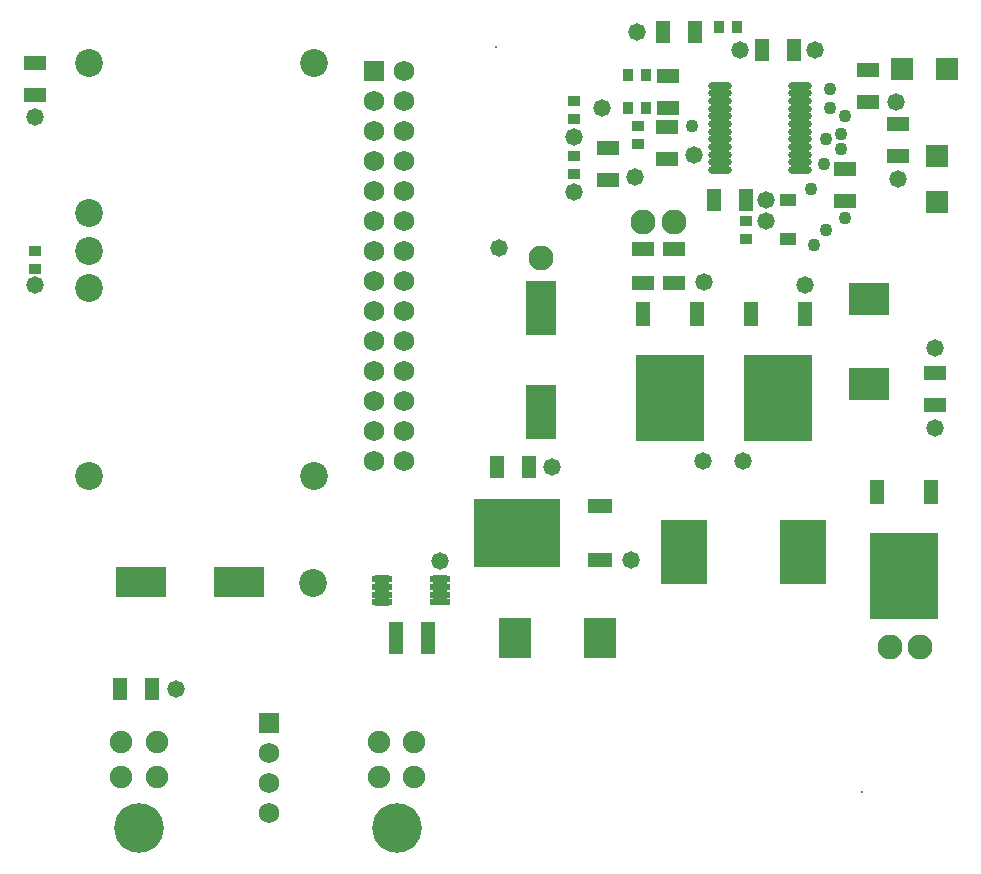
<source format=gts>
G04*
G04 #@! TF.GenerationSoftware,Altium Limited,Altium Designer,18.0.11 (651)*
G04*
G04 Layer_Color=8388736*
%FSLAX25Y25*%
%MOIN*%
G70*
G01*
G75*
%ADD15R,0.17139X0.10052*%
%ADD16R,0.05131X0.11036*%
%ADD17R,0.04934X0.08477*%
%ADD18R,0.22847X0.28753*%
%ADD19R,0.08477X0.04934*%
%ADD20R,0.28753X0.22847*%
%ADD21R,0.11036X0.13398*%
%ADD22R,0.05131X0.07493*%
%ADD23R,0.10052X0.18320*%
%ADD24R,0.07493X0.04934*%
%ADD25R,0.07493X0.05131*%
%ADD26R,0.04343X0.03556*%
%ADD27R,0.03556X0.04343*%
%ADD28R,0.07375X0.07316*%
%ADD29O,0.07887X0.02572*%
%ADD30R,0.15367X0.21272*%
%ADD31R,0.13398X0.11036*%
%ADD32R,0.07316X0.07375*%
%ADD33R,0.07099X0.02375*%
%ADD34O,0.07099X0.02375*%
%ADD35R,0.05603X0.04383*%
%ADD36C,0.00800*%
%ADD37C,0.09300*%
%ADD38C,0.16548*%
%ADD39C,0.07493*%
%ADD40C,0.06800*%
%ADD41R,0.06800X0.06800*%
%ADD42C,0.04300*%
%ADD43C,0.05800*%
%ADD44C,0.08300*%
D15*
X294839Y254500D02*
D03*
X262161D02*
D03*
D16*
X357815Y236000D02*
D03*
X347185D02*
D03*
D17*
X483532Y344000D02*
D03*
X465500D02*
D03*
X507484Y284453D02*
D03*
X525516D02*
D03*
X429468Y344000D02*
D03*
X447500D02*
D03*
D18*
X474516Y316047D02*
D03*
X516500Y256500D02*
D03*
X438484Y316047D02*
D03*
D19*
X415398Y261984D02*
D03*
Y280016D02*
D03*
D20*
X387445Y271000D02*
D03*
D21*
X387000Y236000D02*
D03*
X415346D02*
D03*
D22*
X380870Y293000D02*
D03*
X391500D02*
D03*
X446815Y438000D02*
D03*
X436185D02*
D03*
X479815Y432000D02*
D03*
X469185D02*
D03*
X265815Y219000D02*
D03*
X255185D02*
D03*
X463815Y382000D02*
D03*
X453185D02*
D03*
D23*
X395500Y345823D02*
D03*
Y311177D02*
D03*
D24*
X440000Y365610D02*
D03*
Y354390D02*
D03*
X429500Y365610D02*
D03*
Y354390D02*
D03*
D25*
X527000Y313685D02*
D03*
Y324315D02*
D03*
X418000Y399315D02*
D03*
Y388685D02*
D03*
X438000Y423315D02*
D03*
Y412685D02*
D03*
X497000Y381685D02*
D03*
Y392315D02*
D03*
X514500Y407315D02*
D03*
Y396685D02*
D03*
X226815Y427500D02*
D03*
Y416870D02*
D03*
X504500Y414685D02*
D03*
Y425315D02*
D03*
X437500Y395685D02*
D03*
Y406315D02*
D03*
D26*
X406500Y414953D02*
D03*
Y409047D02*
D03*
Y396453D02*
D03*
Y390547D02*
D03*
X428000Y400547D02*
D03*
Y406453D02*
D03*
X226953Y359095D02*
D03*
Y365000D02*
D03*
X464000Y374953D02*
D03*
Y369047D02*
D03*
D27*
X430453Y423500D02*
D03*
X424547D02*
D03*
X430453Y412500D02*
D03*
X424547D02*
D03*
X460953Y439500D02*
D03*
X455047D02*
D03*
D28*
X527500Y396500D02*
D03*
Y381421D02*
D03*
D29*
X481886Y391925D02*
D03*
Y394484D02*
D03*
Y397043D02*
D03*
Y399602D02*
D03*
Y402161D02*
D03*
Y404720D02*
D03*
Y407279D02*
D03*
Y409839D02*
D03*
Y412398D02*
D03*
Y414957D02*
D03*
Y417516D02*
D03*
Y420075D02*
D03*
X455114Y391925D02*
D03*
Y394484D02*
D03*
Y397043D02*
D03*
Y399602D02*
D03*
Y402161D02*
D03*
Y404720D02*
D03*
Y407279D02*
D03*
Y409839D02*
D03*
Y412398D02*
D03*
Y414957D02*
D03*
Y417516D02*
D03*
Y420075D02*
D03*
D30*
X482882Y264500D02*
D03*
X443118D02*
D03*
D31*
X505000Y349000D02*
D03*
Y320654D02*
D03*
D32*
X515921Y425500D02*
D03*
X531000D02*
D03*
D33*
X362000Y247823D02*
D03*
D34*
Y250382D02*
D03*
Y252941D02*
D03*
Y255500D02*
D03*
X342709Y247823D02*
D03*
Y250382D02*
D03*
Y252941D02*
D03*
Y255500D02*
D03*
D35*
X478000Y381937D02*
D03*
Y369063D02*
D03*
D36*
X380500Y433000D02*
D03*
X502500Y184500D02*
D03*
D37*
X320000Y427500D02*
D03*
X245000D02*
D03*
Y377500D02*
D03*
Y365000D02*
D03*
Y352500D02*
D03*
Y290000D02*
D03*
X320000D02*
D03*
X319750Y254250D02*
D03*
D38*
X261595Y172492D02*
D03*
X347500Y172500D02*
D03*
D39*
X255689Y201311D02*
D03*
X267500D02*
D03*
Y189500D02*
D03*
X255689D02*
D03*
X341595Y189508D02*
D03*
X353405D02*
D03*
Y201319D02*
D03*
X341595D02*
D03*
D40*
X350000Y295000D02*
D03*
X340000D02*
D03*
X350000Y305000D02*
D03*
X340000D02*
D03*
X350000Y315000D02*
D03*
X340000D02*
D03*
X350000Y325000D02*
D03*
X340000D02*
D03*
X350000Y335000D02*
D03*
X340000D02*
D03*
X350000Y345000D02*
D03*
X340000D02*
D03*
X350000Y355000D02*
D03*
X340000D02*
D03*
X350000Y365000D02*
D03*
X340000D02*
D03*
X350000Y375000D02*
D03*
X340000D02*
D03*
X350000Y385000D02*
D03*
X340000D02*
D03*
X350000Y395000D02*
D03*
X340000D02*
D03*
X350000Y405000D02*
D03*
X340000D02*
D03*
X350000Y415000D02*
D03*
X340000D02*
D03*
X350000Y425000D02*
D03*
X305000Y197500D02*
D03*
Y187500D02*
D03*
Y177500D02*
D03*
D41*
X340000Y425000D02*
D03*
X305000Y207500D02*
D03*
D42*
X490000Y394000D02*
D03*
X490500Y402169D02*
D03*
X495500Y399000D02*
D03*
X486500Y367000D02*
D03*
X497000Y376000D02*
D03*
X490484Y372016D02*
D03*
X485500Y385500D02*
D03*
X446000Y406500D02*
D03*
X495500Y404000D02*
D03*
X497000Y410000D02*
D03*
X492000Y412500D02*
D03*
Y419000D02*
D03*
D43*
X274000Y219000D02*
D03*
X362000Y261500D02*
D03*
X226953Y353453D02*
D03*
X227000Y409500D02*
D03*
X425500Y262000D02*
D03*
X450000Y354500D02*
D03*
X483500Y353500D02*
D03*
X514000Y414500D02*
D03*
X463000Y295000D02*
D03*
X449500D02*
D03*
X381500Y366000D02*
D03*
X406500Y384500D02*
D03*
X399185Y293000D02*
D03*
X527000Y332500D02*
D03*
Y306000D02*
D03*
X470500Y375000D02*
D03*
Y382000D02*
D03*
X406500Y403000D02*
D03*
X416000Y412500D02*
D03*
X427000Y389685D02*
D03*
X446500Y397000D02*
D03*
X427500Y438000D02*
D03*
X514500Y389000D02*
D03*
X462000Y432000D02*
D03*
X487000D02*
D03*
D44*
X395500Y362500D02*
D03*
X440000Y374500D02*
D03*
X429500D02*
D03*
X522000Y233000D02*
D03*
X512000D02*
D03*
M02*

</source>
